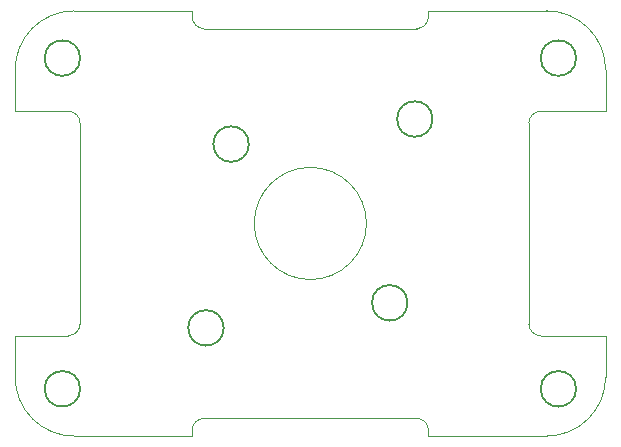
<source format=gm1>
G04 #@! TF.GenerationSoftware,KiCad,Pcbnew,(5.1.9)-1*
G04 #@! TF.CreationDate,2021-08-06T09:52:32+02:00*
G04 #@! TF.ProjectId,Driver,44726976-6572-42e6-9b69-6361645f7063,rev?*
G04 #@! TF.SameCoordinates,Original*
G04 #@! TF.FileFunction,Profile,NP*
%FSLAX46Y46*%
G04 Gerber Fmt 4.6, Leading zero omitted, Abs format (unit mm)*
G04 Created by KiCad (PCBNEW (5.1.9)-1) date 2021-08-06 09:52:32*
%MOMM*%
%LPD*%
G01*
G04 APERTURE LIST*
G04 #@! TA.AperFunction,Profile*
%ADD10C,0.050000*%
G04 #@! TD*
G04 #@! TA.AperFunction,Profile*
%ADD11C,0.150000*%
G04 #@! TD*
G04 APERTURE END LIST*
D10*
X150617904Y-110013591D02*
G75*
G02*
X151617904Y-111013591I0J-1000000D01*
G01*
X161617904Y-111513591D02*
X151617904Y-111513591D01*
X131617904Y-111013591D02*
G75*
G02*
X132617904Y-110013591I1000000J0D01*
G01*
X131617904Y-111513591D02*
X121617904Y-111513591D01*
X151617904Y-111513591D02*
X151617904Y-111013591D01*
X150617904Y-110013591D02*
X132617904Y-110013591D01*
X131617904Y-111013591D02*
X131617904Y-111513591D01*
X132617904Y-77013591D02*
G75*
G02*
X131617904Y-76013591I0J1000000D01*
G01*
X121617904Y-75513591D02*
X131617904Y-75513591D01*
X151617904Y-76013591D02*
G75*
G02*
X150617904Y-77013591I-1000000J0D01*
G01*
X151617904Y-75513591D02*
X161617904Y-75513591D01*
X131617904Y-75513591D02*
X131617904Y-76013591D01*
X132617904Y-77013591D02*
X150617904Y-77013591D01*
X151617904Y-76013591D02*
X151617904Y-75513591D01*
X161117904Y-103013591D02*
G75*
G02*
X160117904Y-102013591I0J1000000D01*
G01*
X160117904Y-85013591D02*
G75*
G02*
X161117904Y-84013591I1000000J0D01*
G01*
X122117904Y-102013591D02*
G75*
G02*
X121117904Y-103013591I-1000000J0D01*
G01*
X121117904Y-84013591D02*
G75*
G02*
X122117904Y-85013591I0J-1000000D01*
G01*
X146367904Y-93513591D02*
G75*
G03*
X146367904Y-93513591I-4750000J0D01*
G01*
X116617904Y-103013591D02*
X116617904Y-106513591D01*
X116617904Y-80513591D02*
X116617904Y-84013591D01*
X166617904Y-84013591D02*
X166617904Y-80513591D01*
X166617904Y-106513591D02*
X166617904Y-103013591D01*
X161117904Y-103013591D02*
X166617904Y-103013591D01*
X160117904Y-85013591D02*
X160117904Y-102013591D01*
X166617904Y-84013591D02*
X161117904Y-84013591D01*
X121117904Y-84013591D02*
X116617904Y-84013591D01*
X122117904Y-102013591D02*
X122117904Y-85013591D01*
X116617904Y-103013591D02*
X121117904Y-103013591D01*
D11*
X149838204Y-100233591D02*
G75*
G03*
X149838204Y-100233591I-1500300J0D01*
G01*
X134278204Y-102353591D02*
G75*
G03*
X134278204Y-102353591I-1500300J0D01*
G01*
X136407543Y-86794252D02*
G75*
G03*
X136407543Y-86794252I-1500300J0D01*
G01*
X151958204Y-84673591D02*
G75*
G03*
X151958204Y-84673591I-1500300J0D01*
G01*
X122117904Y-79513591D02*
G75*
G03*
X122117904Y-79513591I-1500000J0D01*
G01*
X164117904Y-79513591D02*
G75*
G03*
X164117904Y-79513591I-1500000J0D01*
G01*
D10*
X116617904Y-80513591D02*
G75*
G02*
X121617904Y-75513591I5000000J0D01*
G01*
X121617904Y-111513591D02*
G75*
G02*
X116617904Y-106513591I0J5000000D01*
G01*
D11*
X122117904Y-107513591D02*
G75*
G03*
X122117904Y-107513591I-1500000J0D01*
G01*
D10*
X166617904Y-106513591D02*
G75*
G02*
X161617904Y-111513591I-5000000J0D01*
G01*
X161617904Y-75513591D02*
G75*
G02*
X166617904Y-80513591I0J-5000000D01*
G01*
D11*
X164117904Y-107513591D02*
G75*
G03*
X164117904Y-107513591I-1500000J0D01*
G01*
M02*

</source>
